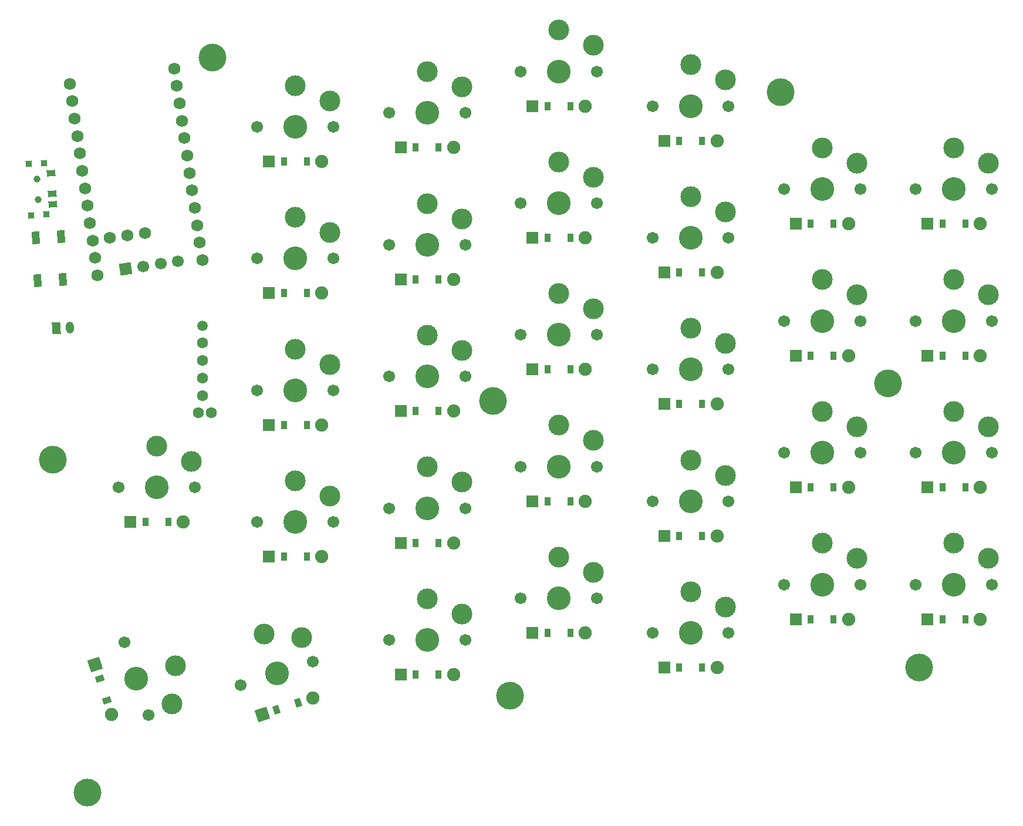
<source format=gbr>
%TF.GenerationSoftware,KiCad,Pcbnew,8.0.8*%
%TF.CreationDate,2025-02-23T20:19:19+00:00*%
%TF.ProjectId,right_final,72696768-745f-4666-996e-616c2e6b6963,v1.0.0*%
%TF.SameCoordinates,Original*%
%TF.FileFunction,Soldermask,Top*%
%TF.FilePolarity,Negative*%
%FSLAX46Y46*%
G04 Gerber Fmt 4.6, Leading zero omitted, Abs format (unit mm)*
G04 Created by KiCad (PCBNEW 8.0.8) date 2025-02-23 20:19:19*
%MOMM*%
%LPD*%
G01*
G04 APERTURE LIST*
G04 Aperture macros list*
%AMHorizOval*
0 Thick line with rounded ends*
0 $1 width*
0 $2 $3 position (X,Y) of the first rounded end (center of the circle)*
0 $4 $5 position (X,Y) of the second rounded end (center of the circle)*
0 Add line between two ends*
20,1,$1,$2,$3,$4,$5,0*
0 Add two circle primitives to create the rounded ends*
1,1,$1,$2,$3*
1,1,$1,$4,$5*%
%AMRotRect*
0 Rectangle, with rotation*
0 The origin of the aperture is its center*
0 $1 length*
0 $2 width*
0 $3 Rotation angle, in degrees counterclockwise*
0 Add horizontal line*
21,1,$1,$2,0,0,$3*%
G04 Aperture macros list end*
%ADD10C,1.752600*%
%ADD11HorizOval,1.700000X0.000000X0.000000X0.000000X0.000000X0*%
%ADD12RotRect,1.700000X1.700000X188.300000*%
%ADD13C,1.600000*%
%ADD14C,1.500000*%
%ADD15R,0.900000X1.200000*%
%ADD16R,1.778000X1.778000*%
%ADD17C,1.905000*%
%ADD18RotRect,0.900000X1.200000X288.000000*%
%ADD19RotRect,1.778000X1.778000X288.000000*%
%ADD20RotRect,0.900000X1.200000X18.000000*%
%ADD21RotRect,1.778000X1.778000X18.000000*%
%ADD22C,3.429000*%
%ADD23C,1.701800*%
%ADD24C,3.000000*%
%ADD25RotRect,1.800000X1.100000X92.500000*%
%ADD26C,1.000000*%
%ADD27RotRect,0.900000X1.250000X92.500000*%
%ADD28RotRect,0.900000X0.900000X92.500000*%
%ADD29RotRect,1.200000X1.700000X4.000000*%
%ADD30HorizOval,1.200000X-0.017439X0.249391X0.017439X-0.249391X0*%
%ADD31C,4.000000*%
G04 APERTURE END LIST*
D10*
%TO.C,MCU1*%
X142175468Y-104567865D03*
X142542133Y-107081260D03*
X142908798Y-109594656D03*
X143275463Y-112108051D03*
X143642127Y-114621447D03*
X144008792Y-117134842D03*
X144375457Y-119648238D03*
X144742122Y-122161634D03*
X145108786Y-124675029D03*
X145475451Y-127188425D03*
X145842116Y-129701820D03*
X146208781Y-132215217D03*
X161289154Y-130015227D03*
X160922489Y-127501832D03*
X160555824Y-124988436D03*
X160189159Y-122475041D03*
X159822495Y-119961645D03*
X159455830Y-117448250D03*
X159089165Y-114934854D03*
X158722500Y-112421458D03*
X158355836Y-109908063D03*
X157989171Y-107394667D03*
X157622506Y-104881272D03*
X157255841Y-102367875D03*
X147988847Y-126821760D03*
X150502242Y-126455095D03*
X153015638Y-126088430D03*
%TD*%
D11*
%TO.C,OLED1*%
X157806115Y-130189484D03*
X155292719Y-130556149D03*
X152779324Y-130922813D03*
D12*
X150265928Y-131289478D03*
%TD*%
D13*
%TO.C,ENC1*%
X162582311Y-151991546D03*
X160732311Y-151991546D03*
X161357311Y-149601546D03*
X161357311Y-147061546D03*
X161357311Y-144521546D03*
X161357311Y-141981546D03*
D14*
X161357311Y-139491546D03*
%TD*%
D15*
%TO.C,D27*%
X173082311Y-115791546D03*
X176382311Y-115791546D03*
D16*
X170922311Y-115791546D03*
D17*
X178542311Y-115791546D03*
%TD*%
D15*
%TO.C,D26*%
X173082311Y-134791546D03*
X176382311Y-134791546D03*
D16*
X170922311Y-134791546D03*
D17*
X178542311Y-134791546D03*
%TD*%
D15*
%TO.C,D25*%
X173082311Y-153791546D03*
X176382311Y-153791546D03*
D16*
X170922311Y-153791546D03*
D17*
X178542311Y-153791546D03*
%TD*%
D15*
%TO.C,D24*%
X173082311Y-172791546D03*
X176382311Y-172791546D03*
D16*
X170922311Y-172791546D03*
D17*
X178542311Y-172791546D03*
%TD*%
D15*
%TO.C,D28*%
X153082311Y-167791546D03*
X156382311Y-167791546D03*
D16*
X150922311Y-167791546D03*
D17*
X158542311Y-167791546D03*
%TD*%
D18*
%TO.C,D30*%
X146537804Y-190360342D03*
X147557560Y-193498828D03*
D19*
X145870327Y-188306060D03*
D17*
X148225037Y-195553110D03*
%TD*%
D20*
%TO.C,D29*%
X172024002Y-194854640D03*
X175162488Y-193834884D03*
D21*
X169969720Y-195522117D03*
D17*
X177216770Y-193167407D03*
%TD*%
D15*
%TO.C,D19*%
X192082311Y-189791546D03*
X195382311Y-189791546D03*
D16*
X189922311Y-189791546D03*
D17*
X197542311Y-189791546D03*
%TD*%
D15*
%TO.C,D20*%
X192082311Y-170791546D03*
X195382311Y-170791546D03*
D16*
X189922311Y-170791546D03*
D17*
X197542311Y-170791546D03*
%TD*%
D15*
%TO.C,D22*%
X192082311Y-132791546D03*
X195382311Y-132791546D03*
D16*
X189922311Y-132791546D03*
D17*
X197542311Y-132791546D03*
%TD*%
D15*
%TO.C,D23*%
X192082311Y-113791546D03*
X195382311Y-113791546D03*
D16*
X189922311Y-113791546D03*
D17*
X197542311Y-113791546D03*
%TD*%
D15*
%TO.C,D18*%
X211082311Y-107791546D03*
X214382311Y-107791546D03*
D16*
X208922311Y-107791546D03*
D17*
X216542311Y-107791546D03*
%TD*%
D15*
%TO.C,D17*%
X211082311Y-126791546D03*
X214382311Y-126791546D03*
D16*
X208922311Y-126791546D03*
D17*
X216542311Y-126791546D03*
%TD*%
D15*
%TO.C,D16*%
X211082311Y-145791546D03*
X214382311Y-145791546D03*
D16*
X208922311Y-145791546D03*
D17*
X216542311Y-145791546D03*
%TD*%
D15*
%TO.C,D15*%
X211082311Y-164791546D03*
X214382311Y-164791546D03*
D16*
X208922311Y-164791546D03*
D17*
X216542311Y-164791546D03*
%TD*%
D15*
%TO.C,D14*%
X211082311Y-183791546D03*
X214382311Y-183791546D03*
D16*
X208922311Y-183791546D03*
D17*
X216542311Y-183791546D03*
%TD*%
D15*
%TO.C,D9*%
X230082311Y-188791546D03*
X233382311Y-188791546D03*
D16*
X227922311Y-188791546D03*
D17*
X235542311Y-188791546D03*
%TD*%
D15*
%TO.C,D10*%
X230082311Y-169791546D03*
X233382311Y-169791546D03*
D16*
X227922311Y-169791546D03*
D17*
X235542311Y-169791546D03*
%TD*%
D15*
%TO.C,D11*%
X230082311Y-150791546D03*
X233382311Y-150791546D03*
D16*
X227922311Y-150791546D03*
D17*
X235542311Y-150791546D03*
%TD*%
D15*
%TO.C,D12*%
X230082311Y-131791546D03*
X233382311Y-131791546D03*
D16*
X227922311Y-131791546D03*
D17*
X235542311Y-131791546D03*
%TD*%
D15*
%TO.C,D13*%
X230082311Y-112791546D03*
X233382311Y-112791546D03*
D16*
X227922311Y-112791546D03*
D17*
X235542311Y-112791546D03*
%TD*%
D15*
%TO.C,D8*%
X249082311Y-124791546D03*
X252382311Y-124791546D03*
D16*
X246922311Y-124791546D03*
D17*
X254542311Y-124791546D03*
%TD*%
D15*
%TO.C,D7*%
X249082311Y-143791546D03*
X252382311Y-143791546D03*
D16*
X246922311Y-143791546D03*
D17*
X254542311Y-143791546D03*
%TD*%
D15*
%TO.C,D6*%
X249082311Y-162791546D03*
X252382311Y-162791546D03*
D16*
X246922311Y-162791546D03*
D17*
X254542311Y-162791546D03*
%TD*%
D15*
%TO.C,D5*%
X249082311Y-181791546D03*
X252382311Y-181791546D03*
D16*
X246922311Y-181791546D03*
D17*
X254542311Y-181791546D03*
%TD*%
D15*
%TO.C,D1*%
X268082311Y-181791546D03*
X271382311Y-181791546D03*
D16*
X265922311Y-181791546D03*
D17*
X273542311Y-181791546D03*
%TD*%
D15*
%TO.C,D2*%
X268082311Y-162791546D03*
X271382311Y-162791546D03*
D16*
X265922311Y-162791546D03*
D17*
X273542311Y-162791546D03*
%TD*%
D15*
%TO.C,D3*%
X268082311Y-143791546D03*
X271382311Y-143791546D03*
D16*
X265922311Y-143791546D03*
D17*
X273542311Y-143791546D03*
%TD*%
D15*
%TO.C,D4*%
X268082311Y-124791546D03*
X271382311Y-124791546D03*
D16*
X265922311Y-124791546D03*
D17*
X273542311Y-124791546D03*
%TD*%
D15*
%TO.C,D21*%
X192082311Y-151791546D03*
X195382311Y-151791546D03*
D16*
X189922311Y-151791546D03*
D17*
X197542311Y-151791546D03*
%TD*%
D22*
%TO.C,S1*%
X269732311Y-176791546D03*
D23*
X275232311Y-176791546D03*
X264232311Y-176791546D03*
D24*
X274732311Y-173041546D03*
X269732311Y-170841546D03*
%TD*%
D22*
%TO.C,S2*%
X269732311Y-157791546D03*
D23*
X275232311Y-157791546D03*
X264232311Y-157791546D03*
D24*
X274732311Y-154041546D03*
X269732311Y-151841546D03*
%TD*%
D22*
%TO.C,S3*%
X269732311Y-138791546D03*
D23*
X275232311Y-138791546D03*
X264232311Y-138791546D03*
D24*
X274732311Y-135041546D03*
X269732311Y-132841546D03*
%TD*%
D22*
%TO.C,S4*%
X269732311Y-119791546D03*
D23*
X275232311Y-119791546D03*
X264232311Y-119791546D03*
D24*
X274732311Y-116041546D03*
X269732311Y-113841546D03*
%TD*%
D22*
%TO.C,S5*%
X250732311Y-176791546D03*
D23*
X256232311Y-176791546D03*
X245232311Y-176791546D03*
D24*
X255732311Y-173041546D03*
X250732311Y-170841546D03*
%TD*%
D22*
%TO.C,S6*%
X250732311Y-157791546D03*
D23*
X256232311Y-157791546D03*
X245232311Y-157791546D03*
D24*
X255732311Y-154041546D03*
X250732311Y-151841546D03*
%TD*%
D22*
%TO.C,S7*%
X250732311Y-138791546D03*
D23*
X256232311Y-138791546D03*
X245232311Y-138791546D03*
D24*
X255732311Y-135041546D03*
X250732311Y-132841546D03*
%TD*%
D22*
%TO.C,S8*%
X250732311Y-119791546D03*
D23*
X256232311Y-119791546D03*
X245232311Y-119791546D03*
D24*
X255732311Y-116041546D03*
X250732311Y-113841546D03*
%TD*%
D22*
%TO.C,S9*%
X231732311Y-183791546D03*
D23*
X237232311Y-183791546D03*
X226232311Y-183791546D03*
D24*
X236732311Y-180041546D03*
X231732311Y-177841546D03*
%TD*%
D22*
%TO.C,S10*%
X231732311Y-164791546D03*
D23*
X237232311Y-164791546D03*
X226232311Y-164791546D03*
D24*
X236732311Y-161041546D03*
X231732311Y-158841546D03*
%TD*%
D22*
%TO.C,S11*%
X231732311Y-145791546D03*
D23*
X237232311Y-145791546D03*
X226232311Y-145791546D03*
D24*
X236732311Y-142041546D03*
X231732311Y-139841546D03*
%TD*%
D22*
%TO.C,S12*%
X231732311Y-126791546D03*
D23*
X237232311Y-126791546D03*
X226232311Y-126791546D03*
D24*
X236732311Y-123041546D03*
X231732311Y-120841546D03*
%TD*%
D22*
%TO.C,S13*%
X231732311Y-107791546D03*
D23*
X237232311Y-107791546D03*
X226232311Y-107791546D03*
D24*
X236732311Y-104041546D03*
X231732311Y-101841546D03*
%TD*%
D22*
%TO.C,S14*%
X212732311Y-178791546D03*
D23*
X218232311Y-178791546D03*
X207232311Y-178791546D03*
D24*
X217732311Y-175041546D03*
X212732311Y-172841546D03*
%TD*%
D22*
%TO.C,S15*%
X212732311Y-159791546D03*
D23*
X218232311Y-159791546D03*
X207232311Y-159791546D03*
D24*
X217732311Y-156041546D03*
X212732311Y-153841546D03*
%TD*%
D22*
%TO.C,S16*%
X212732311Y-140791546D03*
D23*
X218232311Y-140791546D03*
X207232311Y-140791546D03*
D24*
X217732311Y-137041546D03*
X212732311Y-134841546D03*
%TD*%
D22*
%TO.C,S17*%
X212732311Y-121791546D03*
D23*
X218232311Y-121791546D03*
X207232311Y-121791546D03*
D24*
X217732311Y-118041546D03*
X212732311Y-115841546D03*
%TD*%
D22*
%TO.C,S18*%
X212732311Y-102791546D03*
D23*
X218232311Y-102791546D03*
X207232311Y-102791546D03*
D24*
X217732311Y-99041546D03*
X212732311Y-96841546D03*
%TD*%
D22*
%TO.C,S19*%
X193732311Y-184791546D03*
D23*
X199232311Y-184791546D03*
X188232311Y-184791546D03*
D24*
X198732311Y-181041546D03*
X193732311Y-178841546D03*
%TD*%
D22*
%TO.C,S20*%
X193732311Y-165791546D03*
D23*
X199232311Y-165791546D03*
X188232311Y-165791546D03*
D24*
X198732311Y-162041546D03*
X193732311Y-159841546D03*
%TD*%
D22*
%TO.C,S21*%
X193732311Y-146791546D03*
D23*
X199232311Y-146791546D03*
X188232311Y-146791546D03*
D24*
X198732311Y-143041546D03*
X193732311Y-140841546D03*
%TD*%
D22*
%TO.C,S22*%
X193732311Y-127791546D03*
D23*
X199232311Y-127791546D03*
X188232311Y-127791546D03*
D24*
X198732311Y-124041546D03*
X193732311Y-121841546D03*
%TD*%
D22*
%TO.C,S23*%
X193732311Y-108791546D03*
D23*
X199232311Y-108791546D03*
X188232311Y-108791546D03*
D24*
X198732311Y-105041546D03*
X193732311Y-102841546D03*
%TD*%
D22*
%TO.C,S24*%
X174732311Y-167791546D03*
D23*
X180232311Y-167791546D03*
X169232311Y-167791546D03*
D24*
X179732311Y-164041546D03*
X174732311Y-161841546D03*
%TD*%
D22*
%TO.C,S25*%
X174732311Y-148791546D03*
D23*
X180232311Y-148791546D03*
X169232311Y-148791546D03*
D24*
X179732311Y-145041546D03*
X174732311Y-142841546D03*
%TD*%
D22*
%TO.C,S26*%
X174732311Y-129791546D03*
D23*
X180232311Y-129791546D03*
X169232311Y-129791546D03*
D24*
X179732311Y-126041546D03*
X174732311Y-123841546D03*
%TD*%
D22*
%TO.C,S27*%
X174732311Y-110791546D03*
D23*
X180232311Y-110791546D03*
X169232311Y-110791546D03*
D24*
X179732311Y-107041546D03*
X174732311Y-104841546D03*
%TD*%
D22*
%TO.C,S28*%
X154732311Y-162791546D03*
D23*
X160232311Y-162791546D03*
X149232311Y-162791546D03*
D24*
X159732311Y-159041546D03*
X154732311Y-156841546D03*
%TD*%
D22*
%TO.C,S29*%
X172048160Y-189589479D03*
D23*
X177278971Y-187889886D03*
X166817349Y-191289072D03*
D24*
X175644629Y-184477932D03*
X170209509Y-183930693D03*
%TD*%
D22*
%TO.C,S30*%
X151802965Y-190384499D03*
D23*
X153502558Y-195615310D03*
X150103372Y-185153688D03*
D24*
X156914512Y-193980968D03*
X157461751Y-188545848D03*
%TD*%
D25*
%TO.C,B1*%
X137519292Y-132969291D03*
X137248852Y-126775192D03*
X141215770Y-132807900D03*
X140945330Y-126613801D03*
%TD*%
D26*
%TO.C,T1*%
X137466882Y-118292974D03*
X137597740Y-121290118D03*
D27*
X139507192Y-117453177D03*
X139638051Y-120450322D03*
X139703480Y-121948894D03*
D28*
X136271966Y-116143049D03*
X138469872Y-116047086D03*
X138792656Y-123440043D03*
X136594750Y-123536006D03*
%TD*%
D29*
%TO.C,JST1*%
X140234747Y-139861302D03*
D30*
X142229875Y-139721790D03*
%TD*%
D31*
%TO.C,*%
X244732311Y-105791546D03*
%TD*%
%TO.C,*%
X264732311Y-188791546D03*
%TD*%
%TO.C,*%
X260232311Y-147791546D03*
%TD*%
%TO.C,*%
X203232311Y-150291546D03*
%TD*%
%TO.C,*%
X205732311Y-192791546D03*
%TD*%
%TO.C,*%
X144732311Y-206791546D03*
%TD*%
%TO.C,*%
X162732311Y-100791546D03*
%TD*%
%TO.C,*%
X139732311Y-158791546D03*
%TD*%
M02*

</source>
